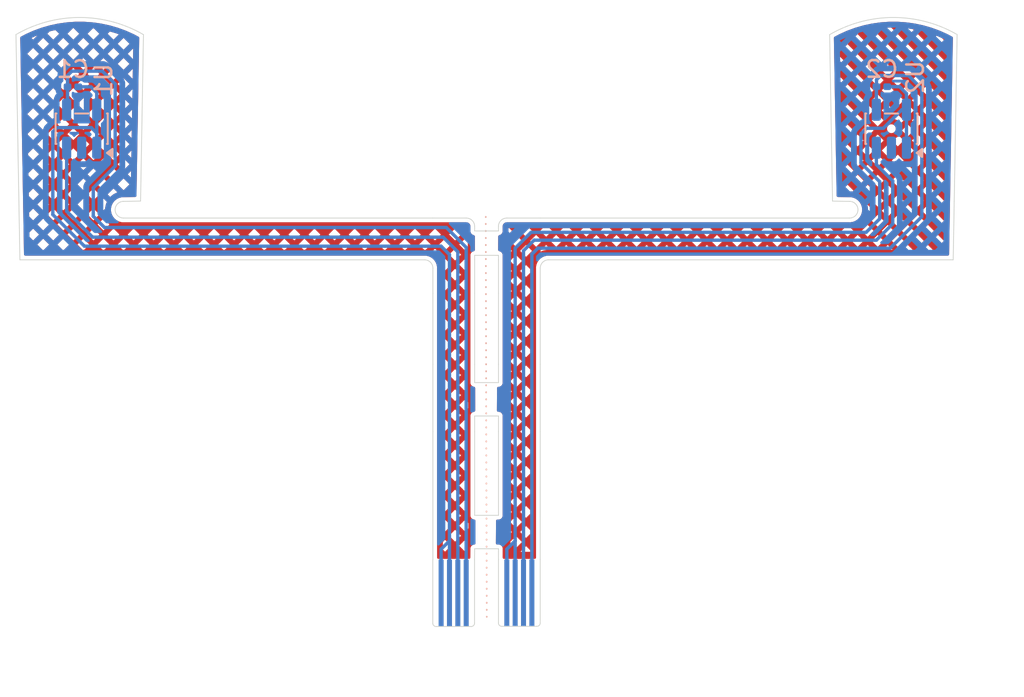
<source format=kicad_pcb>
(kicad_pcb (version 20241229) (generator "pcbnew") (generator_version "9.0")
  (layers (0 "F.Cu" signal) (2 "B.Cu" signal) (13 "F.Paste" user) (15 "B.Paste" user) (5 "F.SilkS" user "F.Silkscreen") (7 "B.SilkS" user "B.Silkscreen") (1 "F.Mask" user) (3 "B.Mask" user) (25 "Edge.Cuts" user))
  (net 0 "")
  (net 3 "GND")
  (net 4 "+3V3")
  (net 5 "ADC_0")
  (net 6 "ADC_1")
  (net 7 "+3V3L")
  (net 8 "GNDL")
  (footprint "hhl:505110-0492 Ribbon" (layer "F.Cu") (at 230.55 160.2 -90)
    (property "Reference" "J2" (hide yes))
    (property "Value" "Conn_01x04_Pin")
    (fp_line (start 1.8 1.25) (end -2 1.25) (stroke (width 0.05)) (layer "Edge.Cuts"))
    (fp_line (start 2 -1.050001) (end 2 1.050001) (stroke (width 0.05)) (layer "Edge.Cuts"))
    (fp_line (start -2 -1.25) (end 1.8 -1.25) (stroke (width 0.05)) (layer "Edge.Cuts"))
    (fp_arc (start 2 1.050001) (mid 1.941421 1.191421) (end 1.8 1.25) (stroke (width 0.05)) (layer "Edge.Cuts"))
    (fp_arc (start 1.8 -1.25) (mid 1.941421 -1.191421) (end 2 -1.050001) (stroke (width 0.05)) (layer "Edge.Cuts"))
    (pad "1" smd roundrect (at 0 -0.75 90) (size 4 0.3) (layers "B.Cu" "B.Mask") (roundrect_rratio 0.05) (net 4 "+3V3"))
    (pad "2" smd roundrect (at 0 -0.25 90) (size 4 0.3) (layers "B.Cu" "B.Mask") (roundrect_rratio 0.05) (net 6 "ADC_1"))
    (pad "3" smd roundrect (at 0 0.25 90) (size 4 0.3) (layers "B.Cu" "B.Mask") (roundrect_rratio 0.05) (net 3 "GND"))
    (pad "4" smd roundrect (at 0 0.75 90) (size 4 0.3) (layers "B.Cu" "B.Mask") (roundrect_rratio 0.05) (net 3 "GND"))
  )
  (footprint "hhl:505110-0492 Ribbon" (layer "F.Cu") (at 226.62 160.21 -90)
    (property "Reference" "J1" (hide yes))
    (property "Value" "Conn_01x04_Pin")
    (fp_line (start 1.8 1.25) (end -2 1.25) (stroke (width 0.05)) (layer "Edge.Cuts"))
    (fp_line (start 2 -1.050001) (end 2 1.050001) (stroke (width 0.05)) (layer "Edge.Cuts"))
    (fp_line (start -2 -1.25) (end 1.8 -1.25) (stroke (width 0.05)) (layer "Edge.Cuts"))
    (fp_arc (start 2 1.050001) (mid 1.941421 1.191421) (end 1.8 1.25) (stroke (width 0.05)) (layer "Edge.Cuts"))
    (fp_arc (start 1.8 -1.25) (mid 1.941421 -1.191421) (end 2 -1.050001) (stroke (width 0.05)) (layer "Edge.Cuts"))
    (pad "1" smd roundrect (at 0 -0.75 90) (size 4 0.3) (layers "B.Cu" "B.Mask") (roundrect_rratio 0.05) (net 7 "+3V3L"))
    (pad "2" smd roundrect (at 0 -0.25 90) (size 4 0.3) (layers "B.Cu" "B.Mask") (roundrect_rratio 0.05) (net 5 "ADC_0"))
    (pad "3" smd roundrect (at 0 0.25 90) (size 4 0.3) (layers "B.Cu" "B.Mask") (roundrect_rratio 0.05) (net 8 "GNDL"))
    (pad "4" smd roundrect (at 0 0.75 90) (size 4 0.3) (layers "B.Cu" "B.Mask") (roundrect_rratio 0.05) (net 8 "GNDL"))
  )
  (footprint "hhl:SOT-23-5L" (layer "B.Cu") (at 204.365818 132.405929 90)
    (property "Reference" "U1" (at 2.905929 1.314182 90) (layer "B.SilkS") (effects (justify mirror)))
    (property "Value" "HAL4395")
    (fp_line (start 0.91 -1.56) (end -0.91 -1.56) (stroke (width 0.12)) (layer "B.SilkS"))
    (fp_line (start -0.91 -1.56) (end -0.91 -1.51) (stroke (width 0.12)) (layer "B.SilkS"))
    (fp_line (start 0.91 -1.51) (end 0.91 -1.56) (stroke (width 0.12)) (layer "B.SilkS"))
    (fp_line (start 0.91 0.39) (end 0.91 -0.39) (stroke (width 0.12)) (layer "B.SilkS"))
    (fp_line (start -0.91 1.51) (end -0.91 1.56) (stroke (width 0.12)) (layer "B.SilkS"))
    (fp_line (start 0.91 1.56) (end 0.91 1.51) (stroke (width 0.12)) (layer "B.SilkS"))
    (fp_line (start -0.91 1.56) (end 0.91 1.56) (stroke (width 0.12)) (layer "B.SilkS"))
    (fp_poly (pts (xy -1.45 1.51) (xy -1.69 1.84) (xy -1.21 1.84)) (stroke (width 0.12)) (fill yes) (layer "B.SilkS"))
    (pad "1" smd roundrect (at 1.1375 -0.9 90) (size 1.325 0.55) (layers "B.Cu" "B.Mask" "B.Paste") (net 7 "+3V3L"))
    (pad "2" smd roundrect (at 1.1375 0.9 90) (size 1.325 0.55) (layers "B.Cu" "B.Mask" "B.Paste") (net 8 "GNDL"))
    (pad "3" smd roundrect (at -1.1375 0.9 90) (size 1.325 0.55) (layers "B.Cu" "B.Mask" "B.Paste") (net 8 "GNDL"))
    (pad "4" smd roundrect (at -1.1375 0 90) (size 1.325 0.55) (layers "B.Cu" "B.Mask" "B.Paste"))
    (pad "5" smd roundrect (at -1.1375 -0.9 90) (size 1.325 0.55) (layers "B.Cu" "B.Mask" "B.Paste") (net 5 "ADC_0"))
  )
  (footprint "hhl:SOT-23-5L" (layer "B.Cu") (at 252.810841 132.405929 90)
    (property "Reference" "U2" (at 3.085929 1.429159 90) (layer "B.SilkS") (effects (justify mirror)))
    (property "Value" "HAL4395")
    (fp_line (start 0.91 -1.56) (end -0.91 -1.56) (stroke (width 0.12)) (layer "B.SilkS"))
    (fp_line (start -0.91 -1.56) (end -0.91 -1.51) (stroke (width 0.12)) (layer "B.SilkS"))
    (fp_line (start 0.91 -1.51) (end 0.91 -1.56) (stroke (width 0.12)) (layer "B.SilkS"))
    (fp_line (start 0.91 0.39) (end 0.91 -0.39) (stroke (width 0.12)) (layer "B.SilkS"))
    (fp_line (start -0.91 1.51) (end -0.91 1.56) (stroke (width 0.12)) (layer "B.SilkS"))
    (fp_line (start 0.91 1.56) (end 0.91 1.51) (stroke (width 0.12)) (layer "B.SilkS"))
    (fp_line (start -0.91 1.56) (end 0.91 1.56) (stroke (width 0.12)) (layer "B.SilkS"))
    (fp_poly (pts (xy -1.45 1.51) (xy -1.69 1.84) (xy -1.21 1.84)) (stroke (width 0.12)) (fill yes) (layer "B.SilkS"))
    (pad "1" smd roundrect (at 1.1375 -0.9 90) (size 1.325 0.55) (layers "B.Cu" "B.Mask" "B.Paste") (net 4 "+3V3"))
    (pad "2" smd roundrect (at 1.1375 0.9 90) (size 1.325 0.55) (layers "B.Cu" "B.Mask" "B.Paste") (net 3 "GND"))
    (pad "3" smd roundrect (at -1.1375 0.9 90) (size 1.325 0.55) (layers "B.Cu" "B.Mask" "B.Paste") (net 3 "GND"))
    (pad "4" smd roundrect (at -1.1375 0 90) (size 1.325 0.55) (layers "B.Cu" "B.Mask" "B.Paste"))
    (pad "5" smd roundrect (at -1.1375 -0.9 90) (size 1.325 0.55) (layers "B.Cu" "B.Mask" "B.Paste") (net 6 "ADC_1"))
  )
  (footprint "Capacitor_SMD:C_0201_0603Metric" (layer "B.Cu") (at 203.839763 129.9 180)
    (property "Reference" "C1" (at 0 1.05 0) (layer "B.SilkS") (effects (justify mirror)))
    (property "Value" "100n")
    (pad "1" smd roundrect (at -0.32 0 180) (size 0.46 0.4) (layers "B.Cu" "B.Mask") (net 8 "GNDL"))
    (pad "2" smd roundrect (at 0.32 0 180) (size 0.46 0.4) (layers "B.Cu" "B.Mask") (net 7 "+3V3L"))
  )
  (footprint "Capacitor_SMD:C_0201_0603Metric" (layer "B.Cu") (at 252.2396 129.89 180)
    (property "Reference" "C2" (at 0 1.05 0) (layer "B.SilkS") (effects (justify mirror)))
    (property "Value" "100n")
    (pad "1" smd roundrect (at -0.32 0 180) (size 0.46 0.4) (layers "B.Cu" "B.Mask") (net 3 "GND"))
    (pad "2" smd roundrect (at 0.32 0 180) (size 0.46 0.4) (layers "B.Cu" "B.Mask") (net 4 "+3V3"))
  )
  (gr_line (start 228.54 137.68) (end 228.6 161.63) (stroke (width 0.1) (type dot)) (layer "B.SilkS"))
  (gr_circle (center 252.810841 132.405929) (end 252.820841 132.405929) (stroke (width 0.0001)) (fill yes) (layer "Edge.Cuts"))
  (gr_line (start 249.2886 136.74) (end 250.297638 136.756126) (stroke (width 0.05)) (layer "Edge.Cuts"))
  (gr_line (start 249.35 140.2558) (end 232.3004 140.2558) (stroke (width 0.05)) (layer "Edge.Cuts"))
  (gr_line (start 229.3 158.2) (end 229.3004 157.555019) (stroke (width 0.05)) (layer "Edge.Cuts"))
  (gr_line (start 249.35 140.2558) (end 256.506914 140.2558) (stroke (width 0.05)) (layer "Edge.Cuts"))
  (gr_line (start 227.876496 138.53) (end 229.3 138.53) (stroke (width 0.05)) (layer "Edge.Cuts"))
  (gr_line (start 225.376896 137.7558) (end 227.376638 137.7558) (stroke (width 0.05)) (layer "Edge.Cuts"))
  (gr_line (start 225.376896 150.5458) (end 225.376896 158.21) (stroke (width 0.05)) (layer "Edge.Cuts"))
  (gr_line (start 225.376896 142.2558) (end 225.376896 146.5058) (stroke (width 0.05)) (layer "Edge.Cuts"))
  (gr_line (start 227.876896 155.555019) (end 229.3004 155.555019) (stroke (width 0.05)) (layer "Edge.Cuts"))
  (gr_line (start 227.876896 147.606263) (end 227.876896 146.5058) (stroke (width 0.05)) (layer "Edge.Cuts"))
  (gr_line (start 256.568001 136.756125) (end 256.742327 126.76898) (stroke (width 0.05)) (layer "Edge.Cuts"))
  (gr_line (start 229.3004 142.2558) (end 229.3004 146.5058) (stroke (width 0.05)) (layer "Edge.Cuts"))
  (gr_line (start 206.861572 136.756125) (end 207.888059 136.738207) (stroke (width 0.05)) (layer "Edge.Cuts"))
  (gr_line (start 256.568001 136.756125) (end 256.506914 140.2558) (stroke (width 0.05)) (layer "Edge.Cuts"))
  (gr_line (start 227.876896 155.555019) (end 227.876896 150.5458) (stroke (width 0.05)) (layer "Edge.Cuts"))
  (gr_arc (start 249.114672 126.773828) (mid 252.927848 125.747505) (end 256.742327 126.768975) (stroke (width 0.05)) (layer "Edge.Cuts"))
  (gr_line (start 225.376896 137.7558) (end 206.85458 137.7558) (stroke (width 0.05)) (layer "Edge.Cuts"))
  (gr_line (start 227.876638 138.256058) (end 227.876496 138.53) (stroke (width 0.05)) (layer "Edge.Cuts"))
  (gr_line (start 207.888059 136.738207) (end 208.061988 126.773831) (stroke (width 0.05)) (layer "Edge.Cuts"))
  (gr_arc (start 224.876896 140.2558) (mid 225.230449 140.402247) (end 225.376896 140.7558) (stroke (width 0.05)) (layer "Edge.Cuts"))
  (gr_line (start 225.376896 142.2558) (end 225.376896 140.7558) (stroke (width 0.05)) (layer "Edge.Cuts"))
  (gr_line (start 231.8004 142.2558) (end 231.8004 140.7558) (stroke (width 0.05)) (layer "Edge.Cuts"))
  (gr_line (start 227.876896 139.989379) (end 229.3004 139.989379) (stroke (width 0.05)) (layer "Edge.Cuts"))
  (gr_line (start 200.434332 126.768974) (end 200.669746 140.2558) (stroke (width 0.05)) (layer "Edge.Cuts"))
  (gr_line (start 225.376896 146.5058) (end 225.376896 150.5458) (stroke (width 0.05)) (layer "Edge.Cuts"))
  (gr_line (start 231.8004 150.5458) (end 231.8004 146.5058) (stroke (width 0.05)) (layer "Edge.Cuts"))
  (gr_line (start 249.114674 126.773828) (end 249.2886 136.738207) (stroke (width 0.05)) (layer "Edge.Cuts"))
  (gr_line (start 229.3004 150.5458) (end 229.3004 149.606263) (stroke (width 0.05)) (layer "Edge.Cuts"))
  (gr_line (start 227.876896 147.606263) (end 229.3004 147.606263) (stroke (width 0.05)) (layer "Edge.Cuts"))
  (gr_line (start 229.3004 140.2558) (end 229.3004 142.2558) (stroke (width 0.05)) (layer "Edge.Cuts"))
  (gr_line (start 200.669746 140.2558) (end 224.876896 140.2558) (stroke (width 0.05)) (layer "Edge.Cuts"))
  (gr_line (start 231.8004 150.5458) (end 231.8 158.2) (stroke (width 0.05)) (layer "Edge.Cuts"))
  (gr_line (start 227.876896 150.5458) (end 227.876896 149.606263) (stroke (width 0.05)) (layer "Edge.Cuts"))
  (gr_line (start 227.876896 140.2558) (end 227.876896 142.2558) (stroke (width 0.05)) (layer "Edge.Cuts"))
  (gr_line (start 227.876896 139.989379) (end 227.876896 140.2558) (stroke (width 0.05)) (layer "Edge.Cuts"))
  (gr_line (start 229.800142 137.7558) (end 231.8004 137.7558) (stroke (width 0.05)) (layer "Edge.Cuts"))
  (gr_line (start 227.876896 146.5058) (end 227.876896 142.2558) (stroke (width 0.05)) (layer "Edge.Cuts"))
  (gr_arc (start 227.376638 137.7558) (mid 227.730283 137.902338) (end 227.876638 138.256058) (stroke (width 0.05)) (layer "Edge.Cuts"))
  (gr_line (start 227.876896 157.555019) (end 227.87 158.21) (stroke (width 0.05)) (layer "Edge.Cuts"))
  (gr_arc (start 200.434332 126.768974) (mid 204.248812 125.747506) (end 208.061988 126.773831) (stroke (width 0.05)) (layer "Edge.Cuts"))
  (gr_line (start 227.876896 149.606263) (end 229.3004 149.606263) (stroke (width 0.05)) (layer "Edge.Cuts"))
  (gr_line (start 231.8004 146.5058) (end 231.8004 142.2558) (stroke (width 0.05)) (layer "Edge.Cuts"))
  (gr_line (start 229.3004 146.5058) (end 229.3004 147.606263) (stroke (width 0.05)) (layer "Edge.Cuts"))
  (gr_line (start 229.3004 155.555019) (end 229.3004 150.5458) (stroke (width 0.05)) (layer "Edge.Cuts"))
  (gr_arc (start 206.854552 137.7558) (mid 206.370311 137.252538) (end 206.861572 136.756125) (stroke (width 0.05)) (layer "Edge.Cuts"))
  (gr_line (start 229.3004 140.2558) (end 229.3004 139.989379) (stroke (width 0.05)) (layer "Edge.Cuts"))
  (gr_line (start 229.300142 138.255542) (end 229.3 138.53) (stroke (width 0.05)) (layer "Edge.Cuts"))
  (gr_arc (start 231.8004 140.7558) (mid 231.946847 140.402247) (end 232.3004 140.2558) (stroke (width 0.05)) (layer "Edge.Cuts"))
  (gr_arc (start 250.297638 136.756125) (mid 250.806327 137.258899) (end 250.2919 137.7558) (stroke (width 0.05)) (layer "Edge.Cuts"))
  (gr_line (start 227.876896 157.555019) (end 229.3004 157.555019) (stroke (width 0.05)) (layer "Edge.Cuts"))
  (gr_line (start 231.8004 137.7558) (end 250.2919 137.7558) (stroke (width 0.05)) (layer "Edge.Cuts"))
  (gr_arc (start 229.300142 138.255542) (mid 229.446682 137.90217) (end 229.800142 137.7558) (stroke (width 0.05)) (layer "Edge.Cuts"))
  (segment (start 250.9896 132.71) (end 251.3196 132.38) (width 0.2) (layer "B.Cu") (net 3))
  (segment (start 251.3196 132.38) (end 252.324271 132.38) (width 0.2) (layer "B.Cu") (net 3))
  (segment (start 253.710841 130.301241) (end 253.710841 131.268429) (width 0.2) (layer "B.Cu") (net 3))
  (segment (start 252.1096 137.8) (end 252.1096 135.58) (width 0.2) (layer "B.Cu") (net 3))
  (segment (start 252.1096 135.58) (end 250.9896 134.46) (width 0.2) (layer "B.Cu") (net 3))
  (segment (start 251.2996 138.61) (end 252.1096 137.8) (width 0.2) (layer "B.Cu") (net 3))
  (segment (start 253.710841 131.268429) (end 253.710841 133.543429) (width 0.2) (layer "B.Cu") (net 3))
  (segment (start 253.435842 131.268429) (end 253.710841 131.268429) (width 0.2) (layer "B.Cu") (net 3))
  (segment (start 250.9896 134.46) (end 250.9896 132.71) (width 0.2) (layer "B.Cu") (net 3))
  (segment (start 252.324271 132.38) (end 253.435842 131.268429) (width 0.2) (layer "B.Cu") (net 3))
  (segment (start 253.2996 129.89) (end 253.710841 130.301241) (width 0.2) (layer "B.Cu") (net 3))
  (segment (start 230.3 139.56) (end 231.25 138.61) (width 0.2) (layer "B.Cu") (net 3))
  (segment (start 229.8 160.2) (end 229.8 157.58) (width 0.2) (layer "B.Cu") (net 3))
  (segment (start 229.8 157.58) (end 230.3 157.08) (width 0.2) (layer "B.Cu") (net 3))
  (segment (start 252.5596 129.89) (end 253.2996 129.89) (width 0.2) (layer "B.Cu") (net 3))
  (segment (start 230.3 157.08) (end 230.3 139.56) (width 0.2) (layer "B.Cu") (net 3))
  (segment (start 231.25 138.61) (end 251.2996 138.61) (width 0.2) (layer "B.Cu") (net 3))
  (segment (start 230.3 157.08) (end 230.3 160.2) (width 0.2) (layer "B.Cu") (net 3))
  (segment (start 251.910841 131.268429) (end 251.910841 129.898759) (width 0.2) (layer "B.Cu") (net 4))
  (segment (start 254.6296 130.02) (end 253.8296 129.22) (width 0.2) (layer "B.Cu") (net 4))
  (segment (start 251.910841 129.898759) (end 251.9196 129.89) (width 0.2) (layer "B.Cu") (net 4))
  (segment (start 231.3 160.2) (end 231.3 139.92) (width 0.2) (layer "B.Cu") (net 4))
  (segment (start 251.9196 129.47) (end 251.9196 129.89) (width 0.2) (layer "B.Cu") (net 4))
  (segment (start 231.66 139.56) (end 252.7396 139.56) (width 0.2) (layer "B.Cu") (net 4))
  (segment (start 252.1696 129.22) (end 251.9196 129.47) (width 0.2) (layer "B.Cu") (net 4))
  (segment (start 231.3 139.92) (end 231.66 139.56) (width 0.2) (layer "B.Cu") (net 4))
  (segment (start 252.7396 139.56) (end 254.6296 137.67) (width 0.2) (layer "B.Cu") (net 4))
  (segment (start 254.6296 137.67) (end 254.6296 130.02) (width 0.2) (layer "B.Cu") (net 4))
  (segment (start 253.8296 129.22) (end 252.1696 129.22) (width 0.2) (layer "B.Cu") (net 4))
  (segment (start 225.99 138.9) (end 205.019763 138.9) (width 0.2) (layer "B.Cu") (net 5))
  (segment (start 205.019763 138.9) (end 203.465818 137.346055) (width 0.2) (layer "B.Cu") (net 5))
  (segment (start 226.87 139.78) (end 225.99 138.9) (width 0.2) (layer "B.Cu") (net 5))
  (segment (start 226.87 160.21) (end 226.87 139.78) (width 0.2) (layer "B.Cu") (net 5))
  (segment (start 203.465818 137.346055) (end 203.465818 133.543429) (width 0.2) (layer "B.Cu") (net 5))
  (segment (start 231.43 139.08) (end 251.9096 139.08) (width 0.2) (layer "B.Cu") (net 6))
  (segment (start 251.910841 134.551241) (end 251.910841 133.543429) (width 0.2) (layer "B.Cu") (net 6))
  (segment (start 252.8896 135.53) (end 251.910841 134.551241) (width 0.2) (layer "B.Cu") (net 6))
  (segment (start 230.8 160.2) (end 230.8 139.71) (width 0.2) (layer "B.Cu") (net 6))
  (segment (start 230.8 139.71) (end 231.43 139.08) (width 0.2) (layer "B.Cu") (net 6))
  (segment (start 251.9096 139.08) (end 252.8896 138.1) (width 0.2) (layer "B.Cu") (net 6))
  (segment (start 252.8896 138.1) (end 252.8896 135.53) (width 0.2) (layer "B.Cu") (net 6))
  (segment (start 203.519763 129.22) (end 203.519763 129.9) (width 0.2) (layer "B.Cu") (net 7))
  (segment (start 227.37 160.21) (end 227.37 139.51) (width 0.2) (layer "B.Cu") (net 7))
  (segment (start 205.599763 128.96) (end 203.779763 128.96) (width 0.2) (layer "B.Cu") (net 7))
  (segment (start 227.37 139.51) (end 226.18 138.32) (width 0.2) (layer "B.Cu") (net 7))
  (segment (start 203.519763 131.214484) (end 203.465818 131.268429) (width 0.2) (layer "B.Cu") (net 7))
  (segment (start 205.059763 135.95) (end 206.369763 134.64) (width 0.2) (layer "B.Cu") (net 7))
  (segment (start 205.729763 138.32) (end 205.059763 137.65) (width 0.2) (layer "B.Cu") (net 7))
  (segment (start 203.519763 129.9) (end 203.519763 131.214484) (width 0.2) (layer "B.Cu") (net 7))
  (segment (start 206.369763 129.73) (end 205.599763 128.96) (width 0.2) (layer "B.Cu") (net 7))
  (segment (start 203.779763 128.96) (end 203.519763 129.22) (width 0.2) (layer "B.Cu") (net 7))
  (segment (start 226.18 138.32) (end 205.729763 138.32) (width 0.2) (layer "B.Cu") (net 7))
  (segment (start 205.059763 137.65) (end 205.059763 135.95) (width 0.2) (layer "B.Cu") (net 7))
  (segment (start 206.369763 134.64) (end 206.369763 129.73) (width 0.2) (layer "B.Cu") (net 7))
  (segment (start 204.529763 139.44) (end 202.639763 137.55) (width 0.2) (layer "B.Cu") (net 8))
  (segment (start 225.87 139.44) (end 204.529763 139.44) (width 0.2) (layer "B.Cu") (net 8))
  (segment (start 225.87 160.21) (end 225.87 157.58) (width 0.2) (layer "B.Cu") (net 8))
  (segment (start 226.37 139.94) (end 225.87 139.44) (width 0.2) (layer "B.Cu") (net 8))
  (segment (start 205.265818 132.666055) (end 205.265818 133.543429) (width 0.2) (layer "B.Cu") (net 8))
  (segment (start 205.265818 131.268429) (end 205.265818 133.543429) (width 0.2) (layer "B.Cu") (net 8))
  (segment (start 202.639763 132.59) (end 202.889763 132.34) (width 0.2) (layer "B.Cu") (net 8))
  (segment (start 204.159763 129.9) (end 204.919763 129.9) (width 0.2) (layer "B.Cu") (net 8))
  (segment (start 204.939763 132.34) (end 205.265818 132.666055) (width 0.2) (layer "B.Cu") (net 8))
  (segment (start 202.889763 132.34) (end 204.939763 132.34) (width 0.2) (layer "B.Cu") (net 8))
  (segment (start 226.37 157.08) (end 226.37 139.94) (width 0.2) (layer "B.Cu") (net 8))
  (segment (start 225.87 157.58) (end 226.37 157.08) (width 0.2) (layer "B.Cu") (net 8))
  (segment (start 205.265818 130.246055) (end 205.265818 131.268429) (width 0.2) (layer "B.Cu") (net 8))
  (segment (start 226.37 157.08) (end 226.37 160.21) (width 0.2) (layer "B.Cu") (net 8))
  (segment (start 202.639763 137.55) (end 202.639763 132.59) (width 0.2) (layer "B.Cu") (net 8))
  (segment (start 204.919763 129.9) (end 205.265818 130.246055) (width 0.2) (layer "B.Cu") (net 8))
  (zone (net 3) (net_name "GND") (layers "F.Cu" "B.Cu") (connect_pads (clearance 0.15)) (min_thickness 0.15) (fill yes (mode hatch) (thermal_gap 0.5) (thermal_bridge_width 0.5) (hatch_thickness 0.35) (hatch_gap 0.5) (hatch_orientation 45) (hatch_border_algorithm hatch_thickness) (hatch_min_hole_area 0.3))
    (polygon (pts (xy 199.478439 125.291305) (xy 227.859763 125.52) (xy 227.929763 158.16) (xy 199.849763 158.19)))
  )
  (zone (net 8) (net_name "GNDL") (layers "F.Cu" "B.Cu") (connect_pads (clearance 0.15)) (min_thickness 0.15) (fill yes (mode hatch) (thermal_gap 0.5) (thermal_bridge_width 0.5) (hatch_thickness 0.35) (hatch_gap 0.5) (hatch_orientation 45) (hatch_border_algorithm hatch_thickness) (hatch_min_hole_area 0.3))
    (polygon (pts (xy 229.3896 125.49) (xy 260.7496 124.7) (xy 260.13 158.19) (xy 229.1396 158.16)))
  )
)
</source>
